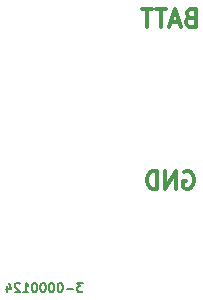
<source format=gbr>
G04 #@! TF.GenerationSoftware,KiCad,Pcbnew,(5.1.12)-1*
G04 #@! TF.CreationDate,2022-02-08T15:27:08-06:00*
G04 #@! TF.ProjectId,power_supply_board,706f7765-725f-4737-9570-706c795f626f,4.2*
G04 #@! TF.SameCoordinates,Original*
G04 #@! TF.FileFunction,Legend,Bot*
G04 #@! TF.FilePolarity,Positive*
%FSLAX46Y46*%
G04 Gerber Fmt 4.6, Leading zero omitted, Abs format (unit mm)*
G04 Created by KiCad (PCBNEW (5.1.12)-1) date 2022-02-08 15:27:08*
%MOMM*%
%LPD*%
G01*
G04 APERTURE LIST*
%ADD10C,0.300000*%
%ADD11C,0.149860*%
G04 APERTURE END LIST*
D10*
X159412571Y-108604857D02*
X159198285Y-108676285D01*
X159126857Y-108747714D01*
X159055428Y-108890571D01*
X159055428Y-109104857D01*
X159126857Y-109247714D01*
X159198285Y-109319142D01*
X159341142Y-109390571D01*
X159912571Y-109390571D01*
X159912571Y-107890571D01*
X159412571Y-107890571D01*
X159269714Y-107962000D01*
X159198285Y-108033428D01*
X159126857Y-108176285D01*
X159126857Y-108319142D01*
X159198285Y-108462000D01*
X159269714Y-108533428D01*
X159412571Y-108604857D01*
X159912571Y-108604857D01*
X158484000Y-108962000D02*
X157769714Y-108962000D01*
X158626857Y-109390571D02*
X158126857Y-107890571D01*
X157626857Y-109390571D01*
X157341142Y-107890571D02*
X156484000Y-107890571D01*
X156912571Y-109390571D02*
X156912571Y-107890571D01*
X156198285Y-107890571D02*
X155341142Y-107890571D01*
X155769714Y-109390571D02*
X155769714Y-107890571D01*
X158876857Y-121678000D02*
X159019714Y-121606571D01*
X159234000Y-121606571D01*
X159448285Y-121678000D01*
X159591142Y-121820857D01*
X159662571Y-121963714D01*
X159734000Y-122249428D01*
X159734000Y-122463714D01*
X159662571Y-122749428D01*
X159591142Y-122892285D01*
X159448285Y-123035142D01*
X159234000Y-123106571D01*
X159091142Y-123106571D01*
X158876857Y-123035142D01*
X158805428Y-122963714D01*
X158805428Y-122463714D01*
X159091142Y-122463714D01*
X158162571Y-123106571D02*
X158162571Y-121606571D01*
X157305428Y-123106571D01*
X157305428Y-121606571D01*
X156591142Y-123106571D02*
X156591142Y-121606571D01*
X156234000Y-121606571D01*
X156019714Y-121678000D01*
X155876857Y-121820857D01*
X155805428Y-121963714D01*
X155734000Y-122249428D01*
X155734000Y-122463714D01*
X155805428Y-122749428D01*
X155876857Y-122892285D01*
X156019714Y-123035142D01*
X156234000Y-123106571D01*
X156591142Y-123106571D01*
D11*
X150319014Y-131078514D02*
X149847300Y-131078514D01*
X150101300Y-131368800D01*
X149992442Y-131368800D01*
X149919871Y-131405085D01*
X149883585Y-131441371D01*
X149847300Y-131513942D01*
X149847300Y-131695371D01*
X149883585Y-131767942D01*
X149919871Y-131804228D01*
X149992442Y-131840514D01*
X150210157Y-131840514D01*
X150282728Y-131804228D01*
X150319014Y-131767942D01*
X149520728Y-131550228D02*
X148940157Y-131550228D01*
X148432157Y-131078514D02*
X148359585Y-131078514D01*
X148287014Y-131114800D01*
X148250728Y-131151085D01*
X148214442Y-131223657D01*
X148178157Y-131368800D01*
X148178157Y-131550228D01*
X148214442Y-131695371D01*
X148250728Y-131767942D01*
X148287014Y-131804228D01*
X148359585Y-131840514D01*
X148432157Y-131840514D01*
X148504728Y-131804228D01*
X148541014Y-131767942D01*
X148577300Y-131695371D01*
X148613585Y-131550228D01*
X148613585Y-131368800D01*
X148577300Y-131223657D01*
X148541014Y-131151085D01*
X148504728Y-131114800D01*
X148432157Y-131078514D01*
X147706442Y-131078514D02*
X147633871Y-131078514D01*
X147561300Y-131114800D01*
X147525014Y-131151085D01*
X147488728Y-131223657D01*
X147452442Y-131368800D01*
X147452442Y-131550228D01*
X147488728Y-131695371D01*
X147525014Y-131767942D01*
X147561300Y-131804228D01*
X147633871Y-131840514D01*
X147706442Y-131840514D01*
X147779014Y-131804228D01*
X147815300Y-131767942D01*
X147851585Y-131695371D01*
X147887871Y-131550228D01*
X147887871Y-131368800D01*
X147851585Y-131223657D01*
X147815300Y-131151085D01*
X147779014Y-131114800D01*
X147706442Y-131078514D01*
X146980728Y-131078514D02*
X146908157Y-131078514D01*
X146835585Y-131114800D01*
X146799300Y-131151085D01*
X146763014Y-131223657D01*
X146726728Y-131368800D01*
X146726728Y-131550228D01*
X146763014Y-131695371D01*
X146799300Y-131767942D01*
X146835585Y-131804228D01*
X146908157Y-131840514D01*
X146980728Y-131840514D01*
X147053300Y-131804228D01*
X147089585Y-131767942D01*
X147125871Y-131695371D01*
X147162157Y-131550228D01*
X147162157Y-131368800D01*
X147125871Y-131223657D01*
X147089585Y-131151085D01*
X147053300Y-131114800D01*
X146980728Y-131078514D01*
X146255014Y-131078514D02*
X146182442Y-131078514D01*
X146109871Y-131114800D01*
X146073585Y-131151085D01*
X146037300Y-131223657D01*
X146001014Y-131368800D01*
X146001014Y-131550228D01*
X146037300Y-131695371D01*
X146073585Y-131767942D01*
X146109871Y-131804228D01*
X146182442Y-131840514D01*
X146255014Y-131840514D01*
X146327585Y-131804228D01*
X146363871Y-131767942D01*
X146400157Y-131695371D01*
X146436442Y-131550228D01*
X146436442Y-131368800D01*
X146400157Y-131223657D01*
X146363871Y-131151085D01*
X146327585Y-131114800D01*
X146255014Y-131078514D01*
X145275300Y-131840514D02*
X145710728Y-131840514D01*
X145493014Y-131840514D02*
X145493014Y-131078514D01*
X145565585Y-131187371D01*
X145638157Y-131259942D01*
X145710728Y-131296228D01*
X144985014Y-131151085D02*
X144948728Y-131114800D01*
X144876157Y-131078514D01*
X144694728Y-131078514D01*
X144622157Y-131114800D01*
X144585871Y-131151085D01*
X144549585Y-131223657D01*
X144549585Y-131296228D01*
X144585871Y-131405085D01*
X145021300Y-131840514D01*
X144549585Y-131840514D01*
X143896442Y-131332514D02*
X143896442Y-131840514D01*
X144077871Y-131042228D02*
X144259300Y-131586514D01*
X143787585Y-131586514D01*
M02*

</source>
